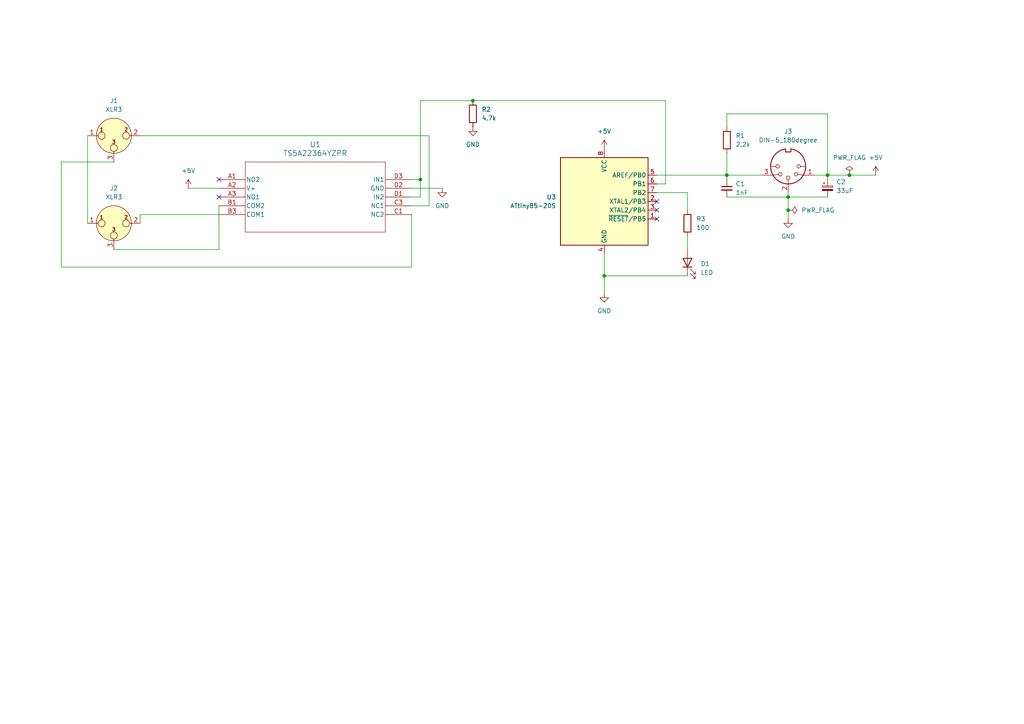
<source format=kicad_sch>
(kicad_sch (version 20231120) (generator "eeschema") (generator_version "8.0")
  (paper "A4")
  (lib_symbols
    (symbol "Analog_Switch:TS5A22364YZPR" (pin_names (offset 0.254))
      (property "Reference" "U" (at 27.94 10.16 0))
      (property "Value" "TS5A22364YZPR" (at 27.94 7.62 0))
      (symbol "TS5A22364YZPR_0_1"
        (polyline (pts (xy 7.62 -15.24) (xy 48.26 -15.24)) (stroke (width 0.127)))
        (polyline (pts (xy 7.62 5.08) (xy 7.62 -15.24)) (stroke (width 0.127)))
        (polyline (pts (xy 48.26 -15.24) (xy 48.26 5.08)) (stroke (width 0.127)))
        (polyline (pts (xy 48.26 5.08) (xy 7.62 5.08)) (stroke (width 0.127)))
        (pin output line (at 0 0 0) (length 7.62) (name "NO2") (number "A1"))
        (pin power_in line (at 0 -2.54 0) (length 7.62) (name "V+") (number "A2"))
        (pin output line (at 0 -5.08 0) (length 7.62) (name "NO1") (number "A3"))
        (pin unspecified line (at 0 -7.62 0) (length 7.62) (name "COM2") (number "B1"))
        (pin unspecified line (at 0 -10.16 0) (length 7.62) (name "COM1") (number "B3"))
        (pin unspecified line (at 55.88 -10.16 180) (length 7.62) (name "NC2") (number "C1"))
        (pin unspecified line (at 55.88 -7.62 180) (length 7.62) (name "NC1") (number "C3"))
        (pin input line (at 55.88 -5.08 180) (length 7.62) (name "IN2") (number "D1"))
        (pin power_in line (at 55.88 -2.54 180) (length 7.62) (name "GND") (number "D2"))
        (pin input line (at 55.88 0 180) (length 7.62) (name "IN1") (number "D3"))
      )
    )
    (symbol "Connector:DIN-5_180degree" (pin_names (offset 1.016))
      (property "Reference" "J3" (at 0.0001 -10.16 0))
      (property "Value" "DIN-5_180degree" (at 0.0001 -7.62 0))
      (symbol "DIN-5_180degree_0_1"
        (arc (start -5.08 0) (mid -3.8609 -3.3364) (end -0.762 -5.08) (stroke (width 0.254)))
        (circle (center -3.048 0) (radius 0.508))
        (circle (center -2.286 2.286) (radius 0.508))
        (polyline (pts (xy -5.08 0) (xy -3.556 0)))
        (polyline (pts (xy 0 5.08) (xy 0 3.81)))
        (polyline (pts (xy 5.08 0) (xy 3.556 0)))
        (polyline (pts (xy -5.08 2.54) (xy -4.318 2.54) (xy -2.794 2.286)))
        (polyline (pts (xy 5.08 2.54) (xy 4.318 2.54) (xy 2.794 2.286)))
        (polyline (pts (xy -0.762 -4.953) (xy -0.762 -4.191) (xy 0.762 -4.191) (xy 0.762 -4.953)) (stroke (width 0.254)))
        (circle (center 0 3.302) (radius 0.508))
        (arc (start 0.762 -5.08) (mid 3.8685 -3.343) (end 5.08 0) (stroke (width 0.254)))
        (circle (center 2.286 2.286) (radius 0.508))
        (circle (center 3.048 0) (radius 0.508))
        (arc (start 5.08 0) (mid 0 5.0579) (end -5.08 0) (stroke (width 0.254)))
      )
      (symbol "DIN-5_180degree_1_1"
        (pin passive line (at -7.62 2.54 0) (length 2.54) (name "~") (number "1"))
        (pin passive line (at 0 7.62 270) (length 2.54) (name "~") (number "2"))
        (pin passive line (at 7.62 2.54 180) (length 2.54) (name "~") (number "3"))
      )
    )
    (symbol "Connector_Audio:XLR3" (pin_names hide)
      (property "Reference" "J" (at 0 8.89 0))
      (property "Value" "XLR3" (at 0 6.35 0))
      (symbol "XLR3_0_1"
        (circle (center -3.556 0) (radius 1.016))
        (circle (center 0 -3.556) (radius 1.016))
        (polyline (pts (xy -5.08 0) (xy -4.572 0)))
        (polyline (pts (xy 0 -5.08) (xy 0 -4.572)))
        (polyline (pts (xy 5.08 0) (xy 4.572 0)))
        (circle (center 0 0) (radius 5.08) (fill (type background)))
        (circle (center 3.556 0) (radius 1.016))
        (text "1" (at -3.556 1.778 0) (effects (font (size 1.016 1.016) (bold yes))))
        (text "2" (at 3.556 1.778 0) (effects (font (size 1.016 1.016) (bold yes))))
        (text "3" (at 0 -1.778 0) (effects (font (size 1.016 1.016) (bold yes))))
        (pin passive line (at -7.62 0 0) (length 2.54) (name "~") (number "1"))
        (pin passive line (at 7.62 0 180) (length 2.54) (name "~") (number "2"))
        (pin passive line (at 0 -7.62 90) (length 2.54) (name "~") (number "3"))
      )
    )
    (symbol "Device:C_Polarized_Small" (pin_numbers hide) (pin_names (offset 0.254) hide)
      (property "Reference" "C" (at 0.254 1.778 0))
      (property "Value" "C_Polarized_Small" (at 0.254 -2.032 0))
      (symbol "C_Polarized_Small_0_1"
        (rectangle (start -1.524 -0.3048) (end 1.524 -0.6858) (fill (type outline)))
        (rectangle (start -1.524 0.6858) (end 1.524 0.3048))
        (polyline (pts (xy -1.27 1.524) (xy -0.762 1.524)))
        (polyline (pts (xy -1.016 1.27) (xy -1.016 1.778)))
      )
      (symbol "C_Polarized_Small_1_1"
        (pin passive line (at 0 2.54 270) (length 1.8542) (name "~") (number "1"))
        (pin passive line (at 0 -2.54 90) (length 1.8542) (name "~") (number "2"))
      )
    )
    (symbol "Device:C_Small" (pin_numbers hide) (pin_names (offset 0.254) hide)
      (property "Reference" "C" (at 0.254 1.778 0))
      (property "Value" "C_Small" (at 0.254 -2.032 0))
      (symbol "C_Small_0_1"
        (polyline (pts (xy -1.524 -0.508) (xy 1.524 -0.508)) (stroke (width 0.3302)))
        (polyline (pts (xy -1.524 0.508) (xy 1.524 0.508)) (stroke (width 0.3048)))
      )
      (symbol "C_Small_1_1"
        (pin passive line (at 0 2.54 270) (length 2.032) (name "~") (number "1"))
        (pin passive line (at 0 -2.54 90) (length 2.032) (name "~") (number "2"))
      )
    )
    (symbol "Device:LED" (pin_numbers hide) (pin_names (offset 1.016) hide)
      (property "Reference" "D" (at 0 2.54 0))
      (property "Value" "LED" (at 0 -2.54 0))
      (symbol "LED_0_1"
        (polyline (pts (xy -1.27 -1.27) (xy -1.27 1.27)) (stroke (width 0.254)))
        (polyline (pts (xy -1.27 0) (xy 1.27 0)))
        (polyline (pts (xy 1.27 -1.27) (xy 1.27 1.27) (xy -1.27 0) (xy 1.27 -1.27)) (stroke (width 0.254)))
        (polyline (pts (xy -3.048 -0.762) (xy -4.572 -2.286) (xy -3.81 -2.286) (xy -4.572 -2.286) (xy -4.572 -1.524)))
        (polyline (pts (xy -1.778 -0.762) (xy -3.302 -2.286) (xy -2.54 -2.286) (xy -3.302 -2.286) (xy -3.302 -1.524)))
      )
      (symbol "LED_1_1"
        (pin passive line (at -3.81 0 0) (length 2.54) (name "K") (number "1"))
        (pin passive line (at 3.81 0 180) (length 2.54) (name "A") (number "2"))
      )
    )
    (symbol "Device:R" (pin_numbers hide) (pin_names (offset 0))
      (property "Reference" "R" (at 2.032 0 90))
      (property "Value" "R" (at 0 0 90))
      (symbol "R_0_1"
        (rectangle (start -1.016 -2.54) (end 1.016 2.54) (stroke (width 0.254)))
      )
      (symbol "R_1_1"
        (pin passive line (at 0 3.81 270) (length 1.27) (name "~") (number "1"))
        (pin passive line (at 0 -3.81 90) (length 1.27) (name "~") (number "2"))
      )
    )
    (symbol "MCU_Microchip_ATtiny:ATtiny85-20S"
      (property "Reference" "U" (at -12.7 13.97 0))
      (property "Value" "ATtiny85-20S" (at 2.54 -13.97 0))
      (symbol "ATtiny85-20S_0_1"
        (rectangle (start -12.7 -12.7) (end 12.7 12.7) (stroke (width 0.254)) (fill (type background)))
      )
      (symbol "ATtiny85-20S_1_1"
        (pin bidirectional line (at 15.24 -5.08 180) (length 2.54) (name "~{RESET}/PB5") (number "1"))
        (pin bidirectional line (at 15.24 0 180) (length 2.54) (name "XTAL1/PB3") (number "2"))
        (pin bidirectional line (at 15.24 -2.54 180) (length 2.54) (name "XTAL2/PB4") (number "3"))
        (pin power_in line (at 0 -15.24 90) (length 2.54) (name "GND") (number "4"))
        (pin bidirectional line (at 15.24 7.62 180) (length 2.54) (name "AREF/PB0") (number "5"))
        (pin bidirectional line (at 15.24 5.08 180) (length 2.54) (name "PB1") (number "6"))
        (pin bidirectional line (at 15.24 2.54 180) (length 2.54) (name "PB2") (number "7"))
        (pin power_in line (at 0 15.24 270) (length 2.54) (name "VCC") (number "8"))
      )
    )
    (symbol "power:+5V" (power) (pin_numbers hide) (pin_names (offset 0) hide)
      (property "Value" "+5V" (at 0 3.556 0))
      (symbol "+5V_0_1"
        (polyline (pts (xy -0.762 1.27) (xy 0 2.54)))
        (polyline (pts (xy 0 0) (xy 0 2.54)))
        (polyline (pts (xy 0 2.54) (xy 0.762 1.27)))
      )
      (symbol "+5V_1_1"
        (pin power_in line (at 0 0 90) (length 0) (name "~") (number "1"))
      )
    )
    (symbol "power:GND" (power) (pin_numbers hide) (pin_names (offset 0) hide)
      (property "Value" "GND" (at 0 -3.81 0))
      (symbol "GND_0_1"
        (polyline (pts (xy 0 0) (xy 0 -1.27) (xy 1.27 -1.27) (xy 0 -2.54) (xy -1.27 -1.27) (xy 0 -1.27)))
      )
      (symbol "GND_1_1"
        (pin power_in line (at 0 0 270) (length 0) (name "~") (number "1"))
      )
    )
    (symbol "power:PWR_FLAG" (power) (pin_numbers hide) (pin_names (offset 0) hide)
      (property "Value" "PWR_FLAG" (at 0 3.81 0))
      (symbol "PWR_FLAG_0_0"
        (pin power_out line (at 0 0 90) (length 0) (name "~") (number "1"))
      )
      (symbol "PWR_FLAG_0_1"
        (polyline (pts (xy 0 0) (xy 0 1.27) (xy -1.016 1.905) (xy 0 2.54) (xy 1.016 1.905) (xy 0 1.27)))
      )
    )
  )
  (junction (at 175.26 80.01))
  (junction (at 228.6 57.15))
  (junction (at 240.03 50.8))
  (junction (at 228.6 60.96))
  (junction (at 137.16 29.21))
  (junction (at 121.92 52.07))
  (junction (at 210.82 50.8))
  (junction (at 246.38 50.8))
  (no_connect (at 190.5 63.5))
  (no_connect (at 190.5 58.42))
  (no_connect (at 190.5 60.96))
  (no_connect (at 63.5 57.15))
  (no_connect (at 63.5 52.07))
  (wire (pts (xy 63.5 62.23) (xy 40.64 62.23)))
  (wire (pts (xy 210.82 50.8) (xy 220.98 50.8)))
  (wire (pts (xy 193.04 29.21) (xy 193.04 53.34)))
  (wire (pts (xy 228.6 60.96) (xy 228.6 63.5)))
  (wire (pts (xy 175.26 73.66) (xy 175.26 80.01)))
  (wire (pts (xy 190.5 55.88) (xy 199.39 55.88)))
  (wire (pts (xy 17.78 77.47) (xy 119.38 77.47)))
  (wire (pts (xy 175.26 80.01) (xy 199.39 80.01)))
  (wire (pts (xy 121.92 29.21) (xy 137.16 29.21)))
  (wire (pts (xy 240.03 33.02) (xy 240.03 50.8)))
  (wire (pts (xy 210.82 44.45) (xy 210.82 50.8)))
  (wire (pts (xy 124.46 39.37) (xy 124.46 59.69)))
  (wire (pts (xy 63.5 59.69) (xy 63.5 72.39)))
  (wire (pts (xy 17.78 46.99) (xy 17.78 77.47)))
  (wire (pts (xy 246.38 50.8) (xy 254 50.8)))
  (wire (pts (xy 228.6 57.15) (xy 240.03 57.15)))
  (wire (pts (xy 25.4 39.37) (xy 25.4 64.77)))
  (wire (pts (xy 119.38 52.07) (xy 121.92 52.07)))
  (wire (pts (xy 240.03 50.8) (xy 246.38 50.8)))
  (wire (pts (xy 33.02 72.39) (xy 63.5 72.39)))
  (wire (pts (xy 190.5 50.8) (xy 210.82 50.8)))
  (wire (pts (xy 199.39 55.88) (xy 199.39 60.96)))
  (wire (pts (xy 210.82 50.8) (xy 210.82 52.07)))
  (wire (pts (xy 210.82 36.83) (xy 210.82 33.02)))
  (wire (pts (xy 54.61 54.61) (xy 63.5 54.61)))
  (wire (pts (xy 210.82 33.02) (xy 240.03 33.02)))
  (wire (pts (xy 175.26 80.01) (xy 175.26 85.09)))
  (wire (pts (xy 240.03 50.8) (xy 240.03 52.07)))
  (wire (pts (xy 119.38 54.61) (xy 128.27 54.61)))
  (wire (pts (xy 210.82 57.15) (xy 228.6 57.15)))
  (wire (pts (xy 193.04 53.34) (xy 190.5 53.34)))
  (wire (pts (xy 40.64 39.37) (xy 124.46 39.37)))
  (wire (pts (xy 121.92 57.15) (xy 121.92 52.07)))
  (wire (pts (xy 119.38 77.47) (xy 119.38 62.23)))
  (wire (pts (xy 40.64 62.23) (xy 40.64 64.77)))
  (wire (pts (xy 228.6 55.88) (xy 228.6 57.15)))
  (wire (pts (xy 121.92 52.07) (xy 121.92 29.21)))
  (wire (pts (xy 236.22 50.8) (xy 240.03 50.8)))
  (wire (pts (xy 228.6 57.15) (xy 228.6 60.96)))
  (wire (pts (xy 137.16 29.21) (xy 193.04 29.21)))
  (wire (pts (xy 124.46 59.69) (xy 119.38 59.69)))
  (wire (pts (xy 119.38 57.15) (xy 121.92 57.15)))
  (wire (pts (xy 199.39 68.58) (xy 199.39 72.39)))
  (wire (pts (xy 33.02 46.99) (xy 17.78 46.99)))
  (symbol (lib_id "power:GND") (at 228.6 63.5 0) (unit 1)
    (property "Reference" "#PWR01" (effects (hide yes)))
    (property "Value" "GND" (at 228.6 68.58 0))
    (property "Description" "Power symbol creates a global label with name \"GND\" , ground" (effects (hide yes)))
  )
  (symbol (lib_id "Device:R") (at 210.82 40.64 0) (unit 1)
    (property "Reference" "R1" (at 213.36 39.3699 0) (effects (justify left)))
    (property "Value" "2.2k" (at 213.36 41.9099 0) (effects (justify left)))
    (property "Footprint" "Resistor_SMD:R_0603_1608Metric" (effects (hide yes)))
    (property "Description" "Resistor" (effects (hide yes)))
  )
  (symbol (lib_id "power:+5V") (at 54.61 54.61 0) (unit 1)
    (property "Reference" "#PWR05" (effects (hide yes)))
    (property "Value" "+5V" (at 54.61 49.53 0))
    (property "Description" "Power symbol creates a global label with name \"+5V\"" (effects (hide yes)))
  )
  (symbol (lib_id "Connector:DIN-5_180degree") (at 228.6 48.26 180) (unit 1)
    (property "Reference" "J3" (at 228.5999 38.1 0))
    (property "Value" "DIN-5_180degree" (at 228.5999 40.64 0))
    (property "Footprint" "Connector_PinHeader_2.54mm:PinHeader_1x03_P2.54mm_Vertical" (effects (hide yes)))
    (property "Datasheet" "http://www.mouser.com/ds/2/18/40_c091_abd_e-75918.pdf" (effects (hide yes)))
    (property "Description" "5-pin DIN connector (5-pin DIN-5 stereo)" (effects (hide yes)))
  )
  (symbol (lib_id "Analog_Switch:TS5A22364YZPR") (at 63.5 52.07 0) (unit 1)
    (property "Reference" "U1" (at 91.44 41.91 0) (effects (font (size 1.524 1.524))))
    (property "Value" "TS5A22364YZPR" (at 91.44 44.45 0) (effects (font (size 1.524 1.524))))
    (property "Footprint" "Package_BGA:Texas_DSBGA-10_1.36x1.86mm_Layout3x4_P0.5mm" (effects (hide yes)))
    (property "Datasheet" "TS5A22364YZPR" (effects (hide yes)))
  )
  (symbol (lib_id "power:PWR_FLAG") (at 246.38 50.8 0) (unit 1)
    (property "Reference" "#FLG01" (effects (hide yes)))
    (property "Value" "PWR_FLAG" (at 246.38 45.72 0))
    (property "Description" "Special symbol for telling ERC where power comes from" (effects (hide yes)))
  )
  (symbol (lib_id "power:+5V") (at 175.26 43.18 0) (unit 1)
    (property "Reference" "#PWR06" (effects (hide yes)))
    (property "Value" "+5V" (at 175.26 38.1 0))
    (property "Description" "Power symbol creates a global label with name \"+5V\"" (effects (hide yes)))
  )
  (symbol (lib_id "Device:LED") (at 199.39 76.2 90) (unit 1)
    (property "Reference" "D1" (at 203.2 76.5174 90) (effects (justify right)))
    (property "Value" "LED" (at 203.2 79.0574 90) (effects (justify right)))
    (property "Footprint" "LED_SMD:LED_0603_1608Metric" (effects (hide yes)))
    (property "Description" "Light emitting diode" (effects (hide yes)))
  )
  (symbol (lib_id "power:GND") (at 128.27 54.61 0) (unit 1)
    (property "Reference" "#PWR02" (effects (hide yes)))
    (property "Value" "GND" (at 128.27 59.69 0))
    (property "Description" "Power symbol creates a global label with name \"GND\" , ground" (effects (hide yes)))
  )
  (symbol (lib_id "Connector_Audio:XLR3") (at 33.02 64.77 0) (unit 1)
    (property "Reference" "J2" (at 33.02 54.61 0))
    (property "Value" "XLR3" (at 33.02 57.15 0))
    (property "Footprint" "Connector_PinHeader_2.54mm:PinHeader_1x03_P2.54mm_Vertical" (effects (hide yes)))
    (property "Datasheet" " ~" (effects (hide yes)))
    (property "Description" "XLR Connector, Male or Female, 3 Pins" (effects (hide yes)))
  )
  (symbol (lib_id "power:+5V") (at 254 50.8 0) (unit 1)
    (property "Reference" "#PWR04" (effects (hide yes)))
    (property "Value" "+5V" (at 254 45.72 0))
    (property "Description" "Power symbol creates a global label with name \"+5V\"" (effects (hide yes)))
  )
  (symbol (lib_id "power:GND") (at 137.16 36.83 0) (unit 1)
    (property "Reference" "#PWR07" (effects (hide yes)))
    (property "Value" "GND" (at 137.16 41.91 0))
    (property "Description" "Power symbol creates a global label with name \"GND\" , ground" (effects (hide yes)))
  )
  (symbol (lib_id "Device:R") (at 137.16 33.02 0) (unit 1)
    (property "Reference" "R2" (at 139.7 31.7499 0) (effects (justify left)))
    (property "Value" "4.7k" (at 139.7 34.2899 0) (effects (justify left)))
    (property "Footprint" "Resistor_SMD:R_0603_1608Metric" (effects (hide yes)))
    (property "Description" "Resistor" (effects (hide yes)))
  )
  (symbol (lib_id "power:PWR_FLAG") (at 228.6 60.96 270) (unit 1)
    (property "Reference" "#FLG02" (effects (hide yes)))
    (property "Value" "PWR_FLAG" (at 232.41 60.9599 90) (effects (justify left)))
    (property "Description" "Special symbol for telling ERC where power comes from" (effects (hide yes)))
  )
  (symbol (lib_id "Device:C_Small") (at 210.82 54.61 0) (unit 1)
    (property "Reference" "C1" (at 213.36 53.3462 0) (effects (justify left)))
    (property "Value" "1nF" (at 213.36 55.8862 0) (effects (justify left)))
    (property "Footprint" "Capacitor_SMD:C_0603_1608Metric" (effects (hide yes)))
    (property "Description" "Unpolarized capacitor, small symbol" (effects (hide yes)))
  )
  (symbol (lib_id "MCU_Microchip_ATtiny:ATtiny85-20S") (at 175.26 58.42 0) (unit 1)
    (property "Reference" "U3" (at 161.29 57.1499 0) (effects (justify right)))
    (property "Value" "ATtiny85-20S" (at 161.29 59.6899 0) (effects (justify right)))
    (property "Footprint" "Package_SO:SOIC-8W_5.3x5.3mm_P1.27mm" (effects (hide yes)))
    (property "Datasheet" "http://ww1.microchip.com/downloads/en/DeviceDoc/atmel-2586-avr-8-bit-microcontroller-attiny25-attiny45-attiny85_datasheet.pdf" (effects (hide yes)))
    (property "Description" "20MHz, 8kB Flash, 512B SRAM, 512B EEPROM, debugWIRE, SOIC-8W" (effects (hide yes)))
  )
  (symbol (lib_id "Connector_Audio:XLR3") (at 33.02 39.37 0) (unit 1)
    (property "Reference" "J1" (at 33.02 29.21 0))
    (property "Value" "XLR3" (at 33.02 31.75 0))
    (property "Footprint" "Connector_PinHeader_2.54mm:PinHeader_1x03_P2.54mm_Vertical" (effects (hide yes)))
    (property "Datasheet" " ~" (effects (hide yes)))
    (property "Description" "XLR Connector, Male or Female, 3 Pins" (effects (hide yes)))
  )
  (symbol (lib_id "Device:C_Polarized_Small") (at 240.03 54.61 0) (unit 1)
    (property "Reference" "C2" (at 242.57 52.7938 0) (effects (justify left)))
    (property "Value" "33uF" (at 242.57 55.3338 0) (effects (justify left)))
    (property "Footprint" "Capacitor_SMD:C_0805_2012Metric" (effects (hide yes)))
    (property "Description" "Polarized capacitor, small symbol" (effects (hide yes)))
  )
  (symbol (lib_id "Device:R") (at 199.39 64.77 0) (unit 1)
    (property "Reference" "R3" (at 201.93 63.4999 0) (effects (justify left)))
    (property "Value" "100" (at 201.93 66.0399 0) (effects (justify left)))
    (property "Footprint" "Resistor_SMD:R_0603_1608Metric" (effects (hide yes)))
    (property "Description" "Resistor" (effects (hide yes)))
  )
  (symbol (lib_id "power:GND") (at 175.26 85.09 0) (unit 1)
    (property "Reference" "#PWR03" (effects (hide yes)))
    (property "Value" "GND" (at 175.26 90.17 0))
    (property "Description" "Power symbol creates a global label with name \"GND\" , ground" (effects (hide yes)))
  )
)
</source>
